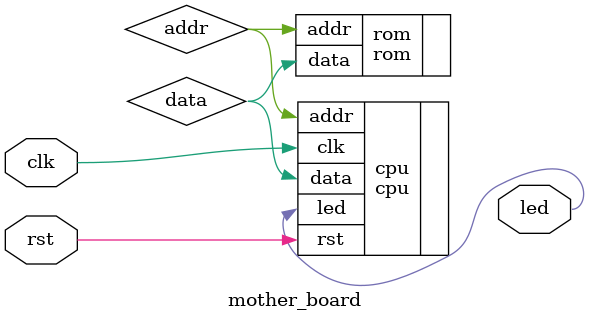
<source format=v>
module mother_board(
    input clk,
    input rst,
    output led
);

wire addr;
wire data;

cpu cpu(
    .clk(clk),
    .rst(rst),
    .data(data),
    .addr(addr),
    .led(led)
);

rom rom(
    .addr(addr),
    .data(data)
);

endmodule
</source>
